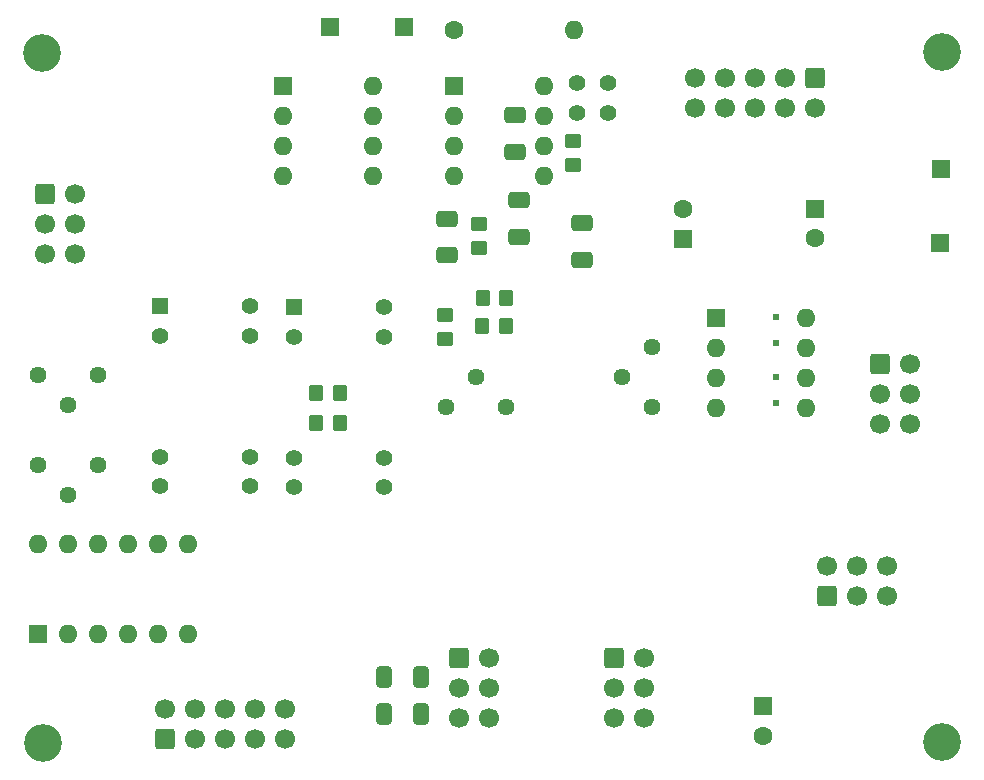
<source format=gbr>
%TF.GenerationSoftware,KiCad,Pcbnew,(6.0.0)*%
%TF.CreationDate,2022-10-28T11:35:46+02:00*%
%TF.ProjectId,INSTR AMP - IDC-SMD v22-10-27,494e5354-5220-4414-9d50-202d20494443,rev?*%
%TF.SameCoordinates,Original*%
%TF.FileFunction,Soldermask,Bot*%
%TF.FilePolarity,Negative*%
%FSLAX46Y46*%
G04 Gerber Fmt 4.6, Leading zero omitted, Abs format (unit mm)*
G04 Created by KiCad (PCBNEW (6.0.0)) date 2022-10-28 11:35:46*
%MOMM*%
%LPD*%
G01*
G04 APERTURE LIST*
G04 Aperture macros list*
%AMRoundRect*
0 Rectangle with rounded corners*
0 $1 Rounding radius*
0 $2 $3 $4 $5 $6 $7 $8 $9 X,Y pos of 4 corners*
0 Add a 4 corners polygon primitive as box body*
4,1,4,$2,$3,$4,$5,$6,$7,$8,$9,$2,$3,0*
0 Add four circle primitives for the rounded corners*
1,1,$1+$1,$2,$3*
1,1,$1+$1,$4,$5*
1,1,$1+$1,$6,$7*
1,1,$1+$1,$8,$9*
0 Add four rect primitives between the rounded corners*
20,1,$1+$1,$2,$3,$4,$5,0*
20,1,$1+$1,$4,$5,$6,$7,0*
20,1,$1+$1,$6,$7,$8,$9,0*
20,1,$1+$1,$8,$9,$2,$3,0*%
G04 Aperture macros list end*
%ADD10R,1.500000X1.500000*%
%ADD11RoundRect,0.250000X-0.600000X-0.600000X0.600000X-0.600000X0.600000X0.600000X-0.600000X0.600000X0*%
%ADD12C,1.700000*%
%ADD13RoundRect,0.250000X0.600000X-0.600000X0.600000X0.600000X-0.600000X0.600000X-0.600000X-0.600000X0*%
%ADD14C,1.600000*%
%ADD15R,1.600000X1.600000*%
%ADD16C,3.200000*%
%ADD17C,1.440000*%
%ADD18O,1.600000X1.600000*%
%ADD19C,1.400000*%
%ADD20R,1.400000X1.400000*%
%ADD21RoundRect,0.250000X-0.600000X0.600000X-0.600000X-0.600000X0.600000X-0.600000X0.600000X0.600000X0*%
%ADD22RoundRect,0.250000X-0.350000X-0.450000X0.350000X-0.450000X0.350000X0.450000X-0.350000X0.450000X0*%
%ADD23RoundRect,0.250000X-0.450000X0.350000X-0.450000X-0.350000X0.450000X-0.350000X0.450000X0.350000X0*%
%ADD24RoundRect,0.250000X0.350000X0.450000X-0.350000X0.450000X-0.350000X-0.450000X0.350000X-0.450000X0*%
%ADD25RoundRect,0.250000X-0.650000X0.412500X-0.650000X-0.412500X0.650000X-0.412500X0.650000X0.412500X0*%
%ADD26R,0.500000X0.500000*%
%ADD27RoundRect,0.250000X0.412500X0.650000X-0.412500X0.650000X-0.412500X-0.650000X0.412500X-0.650000X0*%
%ADD28RoundRect,0.250000X0.450000X-0.350000X0.450000X0.350000X-0.450000X0.350000X-0.450000X-0.350000X0*%
%ADD29RoundRect,0.250000X0.650000X-0.412500X0.650000X0.412500X-0.650000X0.412500X-0.650000X-0.412500X0*%
G04 APERTURE END LIST*
D10*
%TO.C,GNDA2*%
X156057600Y-61899800D03*
%TD*%
D11*
%TO.C,X34*%
X128431900Y-103296800D03*
D12*
X130971900Y-103296800D03*
X128431900Y-105836800D03*
X130971900Y-105836800D03*
X128431900Y-108376800D03*
X130971900Y-108376800D03*
%TD*%
D13*
%TO.C,X33*%
X90424000Y-110159800D03*
D12*
X90424000Y-107619800D03*
X92964000Y-110159800D03*
X92964000Y-107619800D03*
X95504000Y-110159800D03*
X95504000Y-107619800D03*
X98044000Y-110159800D03*
X98044000Y-107619800D03*
X100584000Y-110159800D03*
X100584000Y-107619800D03*
%TD*%
D14*
%TO.C,C19*%
X141046200Y-109916600D03*
D15*
X141046200Y-107416600D03*
%TD*%
D16*
%TO.C,REF\u002A\u002A*%
X156159200Y-52044600D03*
%TD*%
D11*
%TO.C,X31*%
X80264000Y-64008000D03*
D12*
X82804000Y-64008000D03*
X80264000Y-66548000D03*
X82804000Y-66548000D03*
X80264000Y-69088000D03*
X82804000Y-69088000D03*
%TD*%
D17*
%TO.C,VR4*%
X131648200Y-82118200D03*
X129108200Y-79578200D03*
X131648200Y-77038200D03*
%TD*%
D15*
%TO.C,C21*%
X134239000Y-67843477D03*
D14*
X134239000Y-65343477D03*
%TD*%
D15*
%TO.C,B5*%
X137043000Y-74508200D03*
D18*
X137043000Y-77048200D03*
X137043000Y-79588200D03*
X137043000Y-82128200D03*
X144663000Y-82128200D03*
X144663000Y-79588200D03*
X144663000Y-77048200D03*
X144663000Y-74508200D03*
%TD*%
D19*
%TO.C,JP6*%
X127889000Y-57155400D03*
X127889000Y-54615400D03*
%TD*%
D14*
%TO.C,R13*%
X114884200Y-50165000D03*
D18*
X125044200Y-50165000D03*
%TD*%
%TO.C,B3*%
X122514200Y-54899400D03*
X122514200Y-57439400D03*
X122514200Y-59979400D03*
X122514200Y-62519400D03*
X114894200Y-62519400D03*
X114894200Y-59979400D03*
X114894200Y-57439400D03*
D15*
X114894200Y-54899400D03*
%TD*%
D20*
%TO.C,K2*%
X89976800Y-73553000D03*
D19*
X89976800Y-76093000D03*
X89976800Y-86353000D03*
X89976800Y-88793000D03*
X97596800Y-88793000D03*
X97596800Y-86353000D03*
X97596800Y-76093000D03*
X97596800Y-73553000D03*
%TD*%
%TO.C,JP5*%
X125247400Y-54680800D03*
X125247400Y-57220800D03*
%TD*%
D21*
%TO.C,X35*%
X145415000Y-54238500D03*
D12*
X145415000Y-56778500D03*
X142875000Y-54238500D03*
X142875000Y-56778500D03*
X140335000Y-54238500D03*
X140335000Y-56778500D03*
X137795000Y-54238500D03*
X137795000Y-56778500D03*
X135255000Y-54238500D03*
X135255000Y-56778500D03*
%TD*%
D16*
%TO.C,REF\u002A\u002A*%
X80010000Y-52070000D03*
%TD*%
D15*
%TO.C,C20*%
X145465800Y-65303323D03*
D14*
X145465800Y-67803323D03*
%TD*%
D11*
%TO.C,X36*%
X150952200Y-78409800D03*
D12*
X153492200Y-78409800D03*
X150952200Y-80949800D03*
X153492200Y-80949800D03*
X150952200Y-83489800D03*
X153492200Y-83489800D03*
%TD*%
D10*
%TO.C,MP2*%
X156032200Y-68224400D03*
%TD*%
%TO.C,GNDA1*%
X110591600Y-49911000D03*
%TD*%
D17*
%TO.C,VR1*%
X84709000Y-79349600D03*
X82169000Y-81889600D03*
X79629000Y-79349600D03*
%TD*%
D15*
%TO.C,B1*%
X100365400Y-54899400D03*
D18*
X100365400Y-57439400D03*
X100365400Y-59979400D03*
X100365400Y-62519400D03*
X107985400Y-62519400D03*
X107985400Y-59979400D03*
X107985400Y-57439400D03*
X107985400Y-54899400D03*
%TD*%
D16*
%TO.C,REF\u002A\u002A*%
X156159200Y-110439200D03*
%TD*%
D15*
%TO.C,SW1*%
X79679800Y-101285200D03*
D18*
X82219800Y-101285200D03*
X84759800Y-101285200D03*
X87299800Y-101285200D03*
X89839800Y-101285200D03*
X92379800Y-101285200D03*
X92379800Y-93665200D03*
X89839800Y-93665200D03*
X87299800Y-93665200D03*
X84759800Y-93665200D03*
X82219800Y-93665200D03*
X79679800Y-93665200D03*
%TD*%
D20*
%TO.C,K1*%
X101320600Y-73634600D03*
D19*
X101320600Y-76174600D03*
X101320600Y-86434600D03*
X101320600Y-88874600D03*
X108940600Y-88874600D03*
X108940600Y-86434600D03*
X108940600Y-76174600D03*
X108940600Y-73634600D03*
%TD*%
D17*
%TO.C,VR3*%
X114163000Y-82100200D03*
X116703000Y-79560200D03*
X119243000Y-82100200D03*
%TD*%
D11*
%TO.C,X32*%
X115316000Y-103352600D03*
D12*
X117856000Y-103352600D03*
X115316000Y-105892600D03*
X117856000Y-105892600D03*
X115316000Y-108432600D03*
X117856000Y-108432600D03*
%TD*%
D17*
%TO.C,VR2*%
X84693600Y-86987600D03*
X82153600Y-89527600D03*
X79613600Y-86987600D03*
%TD*%
D10*
%TO.C,MP1*%
X104394000Y-49911000D03*
%TD*%
D16*
%TO.C,REF\u002A\u002A*%
X80060800Y-110490000D03*
%TD*%
D13*
%TO.C,X37*%
X146405600Y-98069400D03*
D12*
X146405600Y-95529400D03*
X148945600Y-98069400D03*
X148945600Y-95529400D03*
X151485600Y-98069400D03*
X151485600Y-95529400D03*
%TD*%
D22*
%TO.C,R10*%
X117262400Y-75184000D03*
X119262400Y-75184000D03*
%TD*%
D23*
%TO.C,R6*%
X117017800Y-66589400D03*
X117017800Y-68589400D03*
%TD*%
D24*
%TO.C,R12*%
X105190800Y-83413600D03*
X103190800Y-83413600D03*
%TD*%
D23*
%TO.C,R14*%
X124942600Y-59579000D03*
X124942600Y-61579000D03*
%TD*%
D25*
%TO.C,C13*%
X120345200Y-64579100D03*
X120345200Y-67704100D03*
%TD*%
D26*
%TO.C,D7*%
X142138400Y-76690400D03*
X142138400Y-74490400D03*
%TD*%
D27*
%TO.C,C17*%
X112052500Y-104927400D03*
X108927500Y-104927400D03*
%TD*%
D24*
%TO.C,R7*%
X119287800Y-72821800D03*
X117287800Y-72821800D03*
%TD*%
D28*
%TO.C,R9*%
X114122200Y-76285600D03*
X114122200Y-74285600D03*
%TD*%
D25*
%TO.C,C6*%
X114249200Y-66128500D03*
X114249200Y-69253500D03*
%TD*%
D24*
%TO.C,R11*%
X105190800Y-80873600D03*
X103190800Y-80873600D03*
%TD*%
D27*
%TO.C,C18*%
X112052500Y-108051600D03*
X108927500Y-108051600D03*
%TD*%
D29*
%TO.C,C8*%
X125704600Y-69634500D03*
X125704600Y-66509500D03*
%TD*%
D26*
%TO.C,D6*%
X142163800Y-79570400D03*
X142163800Y-81770400D03*
%TD*%
D25*
%TO.C,C12*%
X119989600Y-57327800D03*
X119989600Y-60452800D03*
%TD*%
M02*

</source>
